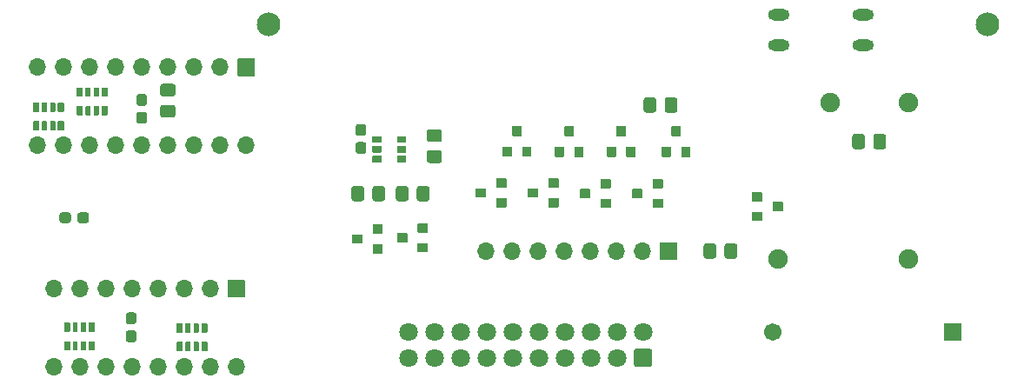
<source format=gbs>
G04 #@! TF.GenerationSoftware,KiCad,Pcbnew,(5.1.7)-1*
G04 #@! TF.CreationDate,2021-11-14T21:58:53-06:00*
G04 #@! TF.ProjectId,PIC-nixie,5049432d-6e69-4786-9965-2e6b69636164,rev?*
G04 #@! TF.SameCoordinates,Original*
G04 #@! TF.FileFunction,Soldermask,Bot*
G04 #@! TF.FilePolarity,Negative*
%FSLAX46Y46*%
G04 Gerber Fmt 4.6, Leading zero omitted, Abs format (unit mm)*
G04 Created by KiCad (PCBNEW (5.1.7)-1) date 2021-11-14 21:58:53*
%MOMM*%
%LPD*%
G01*
G04 APERTURE LIST*
%ADD10C,2.301600*%
%ADD11C,1.701800*%
%ADD12O,2.101600X1.101600*%
%ADD13O,1.701600X1.701600*%
%ADD14C,1.801600*%
%ADD15C,1.901600*%
G04 APERTURE END LIST*
D10*
X125000000Y-88000000D03*
G36*
G01*
X192430900Y-117165900D02*
X192430900Y-118766100D01*
G75*
G02*
X192380100Y-118816900I-50800J0D01*
G01*
X190779900Y-118816900D01*
G75*
G02*
X190729100Y-118766100I0J50800D01*
G01*
X190729100Y-117165900D01*
G75*
G02*
X190779900Y-117115100I50800J0D01*
G01*
X192380100Y-117115100D01*
G75*
G02*
X192430900Y-117165900I0J-50800D01*
G01*
G37*
D11*
X174080000Y-117966000D03*
D10*
X195000000Y-88000000D03*
D12*
X174650000Y-87064000D03*
X182850000Y-87064000D03*
X174650000Y-90004000D03*
X182850000Y-90004000D03*
G36*
G01*
X121000000Y-112924200D02*
X122600000Y-112924200D01*
G75*
G02*
X122650800Y-112975000I0J-50800D01*
G01*
X122650800Y-114575000D01*
G75*
G02*
X122600000Y-114625800I-50800J0D01*
G01*
X121000000Y-114625800D01*
G75*
G02*
X120949200Y-114575000I0J50800D01*
G01*
X120949200Y-112975000D01*
G75*
G02*
X121000000Y-112924200I50800J0D01*
G01*
G37*
D13*
X104020000Y-121395000D03*
X119260000Y-113775000D03*
X106560000Y-121395000D03*
X116720000Y-113775000D03*
X109100000Y-121395000D03*
X114180000Y-113775000D03*
X111640000Y-121395000D03*
X111640000Y-113775000D03*
X114180000Y-121395000D03*
X109100000Y-113775000D03*
X116720000Y-121395000D03*
X106560000Y-113775000D03*
X119260000Y-121395000D03*
X104020000Y-113775000D03*
X121800000Y-121395000D03*
G36*
G01*
X162065859Y-121400800D02*
X160794141Y-121400800D01*
G75*
G02*
X160529200Y-121135859I0J264941D01*
G01*
X160529200Y-119864141D01*
G75*
G02*
X160794141Y-119599200I264941J0D01*
G01*
X162065859Y-119599200D01*
G75*
G02*
X162330800Y-119864141I0J-264941D01*
G01*
X162330800Y-121135859D01*
G75*
G02*
X162065859Y-121400800I-264941J0D01*
G01*
G37*
D14*
X158890000Y-120500000D03*
X156350000Y-120500000D03*
X153810000Y-120500000D03*
X151270000Y-120500000D03*
X148730000Y-120500000D03*
X146190000Y-120500000D03*
X143650000Y-120500000D03*
X141110000Y-120500000D03*
X138570000Y-120500000D03*
X161430000Y-117960000D03*
X158890000Y-117960000D03*
X156350000Y-117960000D03*
X153810000Y-117960000D03*
X151270000Y-117960000D03*
X148730000Y-117960000D03*
X146190000Y-117960000D03*
X143650000Y-117960000D03*
X141110000Y-117960000D03*
X138570000Y-117960000D03*
G36*
G01*
X138360800Y-98961000D02*
X138360800Y-99511000D01*
G75*
G02*
X138310000Y-99561800I-50800J0D01*
G01*
X137510000Y-99561800D01*
G75*
G02*
X137459200Y-99511000I0J50800D01*
G01*
X137459200Y-98961000D01*
G75*
G02*
X137510000Y-98910200I50800J0D01*
G01*
X138310000Y-98910200D01*
G75*
G02*
X138360800Y-98961000I0J-50800D01*
G01*
G37*
G36*
G01*
X138360800Y-99911000D02*
X138360800Y-100461000D01*
G75*
G02*
X138310000Y-100511800I-50800J0D01*
G01*
X137510000Y-100511800D01*
G75*
G02*
X137459200Y-100461000I0J50800D01*
G01*
X137459200Y-99911000D01*
G75*
G02*
X137510000Y-99860200I50800J0D01*
G01*
X138310000Y-99860200D01*
G75*
G02*
X138360800Y-99911000I0J-50800D01*
G01*
G37*
G36*
G01*
X138360800Y-100861000D02*
X138360800Y-101411000D01*
G75*
G02*
X138310000Y-101461800I-50800J0D01*
G01*
X137510000Y-101461800D01*
G75*
G02*
X137459200Y-101411000I0J50800D01*
G01*
X137459200Y-100861000D01*
G75*
G02*
X137510000Y-100810200I50800J0D01*
G01*
X138310000Y-100810200D01*
G75*
G02*
X138360800Y-100861000I0J-50800D01*
G01*
G37*
G36*
G01*
X135960800Y-100861000D02*
X135960800Y-101411000D01*
G75*
G02*
X135910000Y-101461800I-50800J0D01*
G01*
X135110000Y-101461800D01*
G75*
G02*
X135059200Y-101411000I0J50800D01*
G01*
X135059200Y-100861000D01*
G75*
G02*
X135110000Y-100810200I50800J0D01*
G01*
X135910000Y-100810200D01*
G75*
G02*
X135960800Y-100861000I0J-50800D01*
G01*
G37*
G36*
G01*
X135960800Y-99911000D02*
X135960800Y-100461000D01*
G75*
G02*
X135910000Y-100511800I-50800J0D01*
G01*
X135110000Y-100511800D01*
G75*
G02*
X135059200Y-100461000I0J50800D01*
G01*
X135059200Y-99911000D01*
G75*
G02*
X135110000Y-99860200I50800J0D01*
G01*
X135910000Y-99860200D01*
G75*
G02*
X135960800Y-99911000I0J-50800D01*
G01*
G37*
G36*
G01*
X135960800Y-98961000D02*
X135960800Y-99511000D01*
G75*
G02*
X135910000Y-99561800I-50800J0D01*
G01*
X135110000Y-99561800D01*
G75*
G02*
X135059200Y-99511000I0J50800D01*
G01*
X135059200Y-98961000D01*
G75*
G02*
X135110000Y-98910200I50800J0D01*
G01*
X135910000Y-98910200D01*
G75*
G02*
X135960800Y-98961000I0J-50800D01*
G01*
G37*
D13*
X122775000Y-99820000D03*
X102455000Y-92200000D03*
X120235000Y-99820000D03*
X104995000Y-92200000D03*
X117695000Y-99820000D03*
X107535000Y-92200000D03*
X115155000Y-99820000D03*
X110075000Y-92200000D03*
X112615000Y-99820000D03*
X112615000Y-92200000D03*
X110075000Y-99820000D03*
X115155000Y-92200000D03*
X107535000Y-99820000D03*
X117695000Y-92200000D03*
X104995000Y-99820000D03*
X120235000Y-92200000D03*
X102455000Y-99820000D03*
G36*
G01*
X121975000Y-91349200D02*
X123575000Y-91349200D01*
G75*
G02*
X123625800Y-91400000I0J-50800D01*
G01*
X123625800Y-93000000D01*
G75*
G02*
X123575000Y-93050800I-50800J0D01*
G01*
X121975000Y-93050800D01*
G75*
G02*
X121924200Y-93000000I0J50800D01*
G01*
X121924200Y-91400000D01*
G75*
G02*
X121975000Y-91349200I50800J0D01*
G01*
G37*
G36*
G01*
X164738800Y-109292000D02*
X164738800Y-110892000D01*
G75*
G02*
X164688000Y-110942800I-50800J0D01*
G01*
X163088000Y-110942800D01*
G75*
G02*
X163037200Y-110892000I0J50800D01*
G01*
X163037200Y-109292000D01*
G75*
G02*
X163088000Y-109241200I50800J0D01*
G01*
X164688000Y-109241200D01*
G75*
G02*
X164738800Y-109292000I0J-50800D01*
G01*
G37*
X161348000Y-110092000D03*
X158808000Y-110092000D03*
X156268000Y-110092000D03*
X153728000Y-110092000D03*
X151188000Y-110092000D03*
X148648000Y-110092000D03*
X146108000Y-110092000D03*
G36*
G01*
X116049999Y-117149200D02*
X116550001Y-117149200D01*
G75*
G02*
X116600800Y-117199999I0J-50799D01*
G01*
X116600800Y-118000001D01*
G75*
G02*
X116550001Y-118050800I-50799J0D01*
G01*
X116049999Y-118050800D01*
G75*
G02*
X115999200Y-118000001I0J50799D01*
G01*
X115999200Y-117199999D01*
G75*
G02*
X116049999Y-117149200I50799J0D01*
G01*
G37*
G36*
G01*
X117700000Y-117149200D02*
X118100000Y-117149200D01*
G75*
G02*
X118150800Y-117200000I0J-50800D01*
G01*
X118150800Y-118000000D01*
G75*
G02*
X118100000Y-118050800I-50800J0D01*
G01*
X117700000Y-118050800D01*
G75*
G02*
X117649200Y-118000000I0J50800D01*
G01*
X117649200Y-117200000D01*
G75*
G02*
X117700000Y-117149200I50800J0D01*
G01*
G37*
G36*
G01*
X116900000Y-117149200D02*
X117300000Y-117149200D01*
G75*
G02*
X117350800Y-117200000I0J-50800D01*
G01*
X117350800Y-118000000D01*
G75*
G02*
X117300000Y-118050800I-50800J0D01*
G01*
X116900000Y-118050800D01*
G75*
G02*
X116849200Y-118000000I0J50800D01*
G01*
X116849200Y-117200000D01*
G75*
G02*
X116900000Y-117149200I50800J0D01*
G01*
G37*
G36*
G01*
X118449999Y-117149200D02*
X118950001Y-117149200D01*
G75*
G02*
X119000800Y-117199999I0J-50799D01*
G01*
X119000800Y-118000001D01*
G75*
G02*
X118950001Y-118050800I-50799J0D01*
G01*
X118449999Y-118050800D01*
G75*
G02*
X118399200Y-118000001I0J50799D01*
G01*
X118399200Y-117199999D01*
G75*
G02*
X118449999Y-117149200I50799J0D01*
G01*
G37*
G36*
G01*
X116900000Y-118949200D02*
X117300000Y-118949200D01*
G75*
G02*
X117350800Y-119000000I0J-50800D01*
G01*
X117350800Y-119800000D01*
G75*
G02*
X117300000Y-119850800I-50800J0D01*
G01*
X116900000Y-119850800D01*
G75*
G02*
X116849200Y-119800000I0J50800D01*
G01*
X116849200Y-119000000D01*
G75*
G02*
X116900000Y-118949200I50800J0D01*
G01*
G37*
G36*
G01*
X116049999Y-118949200D02*
X116550001Y-118949200D01*
G75*
G02*
X116600800Y-118999999I0J-50799D01*
G01*
X116600800Y-119800001D01*
G75*
G02*
X116550001Y-119850800I-50799J0D01*
G01*
X116049999Y-119850800D01*
G75*
G02*
X115999200Y-119800001I0J50799D01*
G01*
X115999200Y-118999999D01*
G75*
G02*
X116049999Y-118949200I50799J0D01*
G01*
G37*
G36*
G01*
X117700000Y-118949200D02*
X118100000Y-118949200D01*
G75*
G02*
X118150800Y-119000000I0J-50800D01*
G01*
X118150800Y-119800000D01*
G75*
G02*
X118100000Y-119850800I-50800J0D01*
G01*
X117700000Y-119850800D01*
G75*
G02*
X117649200Y-119800000I0J50800D01*
G01*
X117649200Y-119000000D01*
G75*
G02*
X117700000Y-118949200I50800J0D01*
G01*
G37*
G36*
G01*
X118449999Y-118949200D02*
X118950001Y-118949200D01*
G75*
G02*
X119000800Y-118999999I0J-50799D01*
G01*
X119000800Y-119800001D01*
G75*
G02*
X118950001Y-119850800I-50799J0D01*
G01*
X118449999Y-119850800D01*
G75*
G02*
X118399200Y-119800001I0J50799D01*
G01*
X118399200Y-118999999D01*
G75*
G02*
X118449999Y-118949200I50799J0D01*
G01*
G37*
G36*
G01*
X105074999Y-117074200D02*
X105575001Y-117074200D01*
G75*
G02*
X105625800Y-117124999I0J-50799D01*
G01*
X105625800Y-117925001D01*
G75*
G02*
X105575001Y-117975800I-50799J0D01*
G01*
X105074999Y-117975800D01*
G75*
G02*
X105024200Y-117925001I0J50799D01*
G01*
X105024200Y-117124999D01*
G75*
G02*
X105074999Y-117074200I50799J0D01*
G01*
G37*
G36*
G01*
X106725000Y-117074200D02*
X107125000Y-117074200D01*
G75*
G02*
X107175800Y-117125000I0J-50800D01*
G01*
X107175800Y-117925000D01*
G75*
G02*
X107125000Y-117975800I-50800J0D01*
G01*
X106725000Y-117975800D01*
G75*
G02*
X106674200Y-117925000I0J50800D01*
G01*
X106674200Y-117125000D01*
G75*
G02*
X106725000Y-117074200I50800J0D01*
G01*
G37*
G36*
G01*
X105925000Y-117074200D02*
X106325000Y-117074200D01*
G75*
G02*
X106375800Y-117125000I0J-50800D01*
G01*
X106375800Y-117925000D01*
G75*
G02*
X106325000Y-117975800I-50800J0D01*
G01*
X105925000Y-117975800D01*
G75*
G02*
X105874200Y-117925000I0J50800D01*
G01*
X105874200Y-117125000D01*
G75*
G02*
X105925000Y-117074200I50800J0D01*
G01*
G37*
G36*
G01*
X107474999Y-117074200D02*
X107975001Y-117074200D01*
G75*
G02*
X108025800Y-117124999I0J-50799D01*
G01*
X108025800Y-117925001D01*
G75*
G02*
X107975001Y-117975800I-50799J0D01*
G01*
X107474999Y-117975800D01*
G75*
G02*
X107424200Y-117925001I0J50799D01*
G01*
X107424200Y-117124999D01*
G75*
G02*
X107474999Y-117074200I50799J0D01*
G01*
G37*
G36*
G01*
X105925000Y-118874200D02*
X106325000Y-118874200D01*
G75*
G02*
X106375800Y-118925000I0J-50800D01*
G01*
X106375800Y-119725000D01*
G75*
G02*
X106325000Y-119775800I-50800J0D01*
G01*
X105925000Y-119775800D01*
G75*
G02*
X105874200Y-119725000I0J50800D01*
G01*
X105874200Y-118925000D01*
G75*
G02*
X105925000Y-118874200I50800J0D01*
G01*
G37*
G36*
G01*
X105074999Y-118874200D02*
X105575001Y-118874200D01*
G75*
G02*
X105625800Y-118924999I0J-50799D01*
G01*
X105625800Y-119725001D01*
G75*
G02*
X105575001Y-119775800I-50799J0D01*
G01*
X105074999Y-119775800D01*
G75*
G02*
X105024200Y-119725001I0J50799D01*
G01*
X105024200Y-118924999D01*
G75*
G02*
X105074999Y-118874200I50799J0D01*
G01*
G37*
G36*
G01*
X106725000Y-118874200D02*
X107125000Y-118874200D01*
G75*
G02*
X107175800Y-118925000I0J-50800D01*
G01*
X107175800Y-119725000D01*
G75*
G02*
X107125000Y-119775800I-50800J0D01*
G01*
X106725000Y-119775800D01*
G75*
G02*
X106674200Y-119725000I0J50800D01*
G01*
X106674200Y-118925000D01*
G75*
G02*
X106725000Y-118874200I50800J0D01*
G01*
G37*
G36*
G01*
X107474999Y-118874200D02*
X107975001Y-118874200D01*
G75*
G02*
X108025800Y-118924999I0J-50799D01*
G01*
X108025800Y-119725001D01*
G75*
G02*
X107975001Y-119775800I-50799J0D01*
G01*
X107474999Y-119775800D01*
G75*
G02*
X107424200Y-119725001I0J50799D01*
G01*
X107424200Y-118924999D01*
G75*
G02*
X107474999Y-118874200I50799J0D01*
G01*
G37*
G36*
G01*
X102074999Y-95649200D02*
X102575001Y-95649200D01*
G75*
G02*
X102625800Y-95699999I0J-50799D01*
G01*
X102625800Y-96500001D01*
G75*
G02*
X102575001Y-96550800I-50799J0D01*
G01*
X102074999Y-96550800D01*
G75*
G02*
X102024200Y-96500001I0J50799D01*
G01*
X102024200Y-95699999D01*
G75*
G02*
X102074999Y-95649200I50799J0D01*
G01*
G37*
G36*
G01*
X103725000Y-95649200D02*
X104125000Y-95649200D01*
G75*
G02*
X104175800Y-95700000I0J-50800D01*
G01*
X104175800Y-96500000D01*
G75*
G02*
X104125000Y-96550800I-50800J0D01*
G01*
X103725000Y-96550800D01*
G75*
G02*
X103674200Y-96500000I0J50800D01*
G01*
X103674200Y-95700000D01*
G75*
G02*
X103725000Y-95649200I50800J0D01*
G01*
G37*
G36*
G01*
X102925000Y-95649200D02*
X103325000Y-95649200D01*
G75*
G02*
X103375800Y-95700000I0J-50800D01*
G01*
X103375800Y-96500000D01*
G75*
G02*
X103325000Y-96550800I-50800J0D01*
G01*
X102925000Y-96550800D01*
G75*
G02*
X102874200Y-96500000I0J50800D01*
G01*
X102874200Y-95700000D01*
G75*
G02*
X102925000Y-95649200I50800J0D01*
G01*
G37*
G36*
G01*
X104474999Y-95649200D02*
X104975001Y-95649200D01*
G75*
G02*
X105025800Y-95699999I0J-50799D01*
G01*
X105025800Y-96500001D01*
G75*
G02*
X104975001Y-96550800I-50799J0D01*
G01*
X104474999Y-96550800D01*
G75*
G02*
X104424200Y-96500001I0J50799D01*
G01*
X104424200Y-95699999D01*
G75*
G02*
X104474999Y-95649200I50799J0D01*
G01*
G37*
G36*
G01*
X102925000Y-97449200D02*
X103325000Y-97449200D01*
G75*
G02*
X103375800Y-97500000I0J-50800D01*
G01*
X103375800Y-98300000D01*
G75*
G02*
X103325000Y-98350800I-50800J0D01*
G01*
X102925000Y-98350800D01*
G75*
G02*
X102874200Y-98300000I0J50800D01*
G01*
X102874200Y-97500000D01*
G75*
G02*
X102925000Y-97449200I50800J0D01*
G01*
G37*
G36*
G01*
X102074999Y-97449200D02*
X102575001Y-97449200D01*
G75*
G02*
X102625800Y-97499999I0J-50799D01*
G01*
X102625800Y-98300001D01*
G75*
G02*
X102575001Y-98350800I-50799J0D01*
G01*
X102074999Y-98350800D01*
G75*
G02*
X102024200Y-98300001I0J50799D01*
G01*
X102024200Y-97499999D01*
G75*
G02*
X102074999Y-97449200I50799J0D01*
G01*
G37*
G36*
G01*
X103725000Y-97449200D02*
X104125000Y-97449200D01*
G75*
G02*
X104175800Y-97500000I0J-50800D01*
G01*
X104175800Y-98300000D01*
G75*
G02*
X104125000Y-98350800I-50800J0D01*
G01*
X103725000Y-98350800D01*
G75*
G02*
X103674200Y-98300000I0J50800D01*
G01*
X103674200Y-97500000D01*
G75*
G02*
X103725000Y-97449200I50800J0D01*
G01*
G37*
G36*
G01*
X104474999Y-97449200D02*
X104975001Y-97449200D01*
G75*
G02*
X105025800Y-97499999I0J-50799D01*
G01*
X105025800Y-98300001D01*
G75*
G02*
X104975001Y-98350800I-50799J0D01*
G01*
X104474999Y-98350800D01*
G75*
G02*
X104424200Y-98300001I0J50799D01*
G01*
X104424200Y-97499999D01*
G75*
G02*
X104474999Y-97449200I50799J0D01*
G01*
G37*
G36*
G01*
X109225001Y-96875800D02*
X108724999Y-96875800D01*
G75*
G02*
X108674200Y-96825001I0J50799D01*
G01*
X108674200Y-96024999D01*
G75*
G02*
X108724999Y-95974200I50799J0D01*
G01*
X109225001Y-95974200D01*
G75*
G02*
X109275800Y-96024999I0J-50799D01*
G01*
X109275800Y-96825001D01*
G75*
G02*
X109225001Y-96875800I-50799J0D01*
G01*
G37*
G36*
G01*
X107575000Y-96875800D02*
X107175000Y-96875800D01*
G75*
G02*
X107124200Y-96825000I0J50800D01*
G01*
X107124200Y-96025000D01*
G75*
G02*
X107175000Y-95974200I50800J0D01*
G01*
X107575000Y-95974200D01*
G75*
G02*
X107625800Y-96025000I0J-50800D01*
G01*
X107625800Y-96825000D01*
G75*
G02*
X107575000Y-96875800I-50800J0D01*
G01*
G37*
G36*
G01*
X108375000Y-96875800D02*
X107975000Y-96875800D01*
G75*
G02*
X107924200Y-96825000I0J50800D01*
G01*
X107924200Y-96025000D01*
G75*
G02*
X107975000Y-95974200I50800J0D01*
G01*
X108375000Y-95974200D01*
G75*
G02*
X108425800Y-96025000I0J-50800D01*
G01*
X108425800Y-96825000D01*
G75*
G02*
X108375000Y-96875800I-50800J0D01*
G01*
G37*
G36*
G01*
X106825001Y-96875800D02*
X106324999Y-96875800D01*
G75*
G02*
X106274200Y-96825001I0J50799D01*
G01*
X106274200Y-96024999D01*
G75*
G02*
X106324999Y-95974200I50799J0D01*
G01*
X106825001Y-95974200D01*
G75*
G02*
X106875800Y-96024999I0J-50799D01*
G01*
X106875800Y-96825001D01*
G75*
G02*
X106825001Y-96875800I-50799J0D01*
G01*
G37*
G36*
G01*
X108375000Y-95075800D02*
X107975000Y-95075800D01*
G75*
G02*
X107924200Y-95025000I0J50800D01*
G01*
X107924200Y-94225000D01*
G75*
G02*
X107975000Y-94174200I50800J0D01*
G01*
X108375000Y-94174200D01*
G75*
G02*
X108425800Y-94225000I0J-50800D01*
G01*
X108425800Y-95025000D01*
G75*
G02*
X108375000Y-95075800I-50800J0D01*
G01*
G37*
G36*
G01*
X109225001Y-95075800D02*
X108724999Y-95075800D01*
G75*
G02*
X108674200Y-95025001I0J50799D01*
G01*
X108674200Y-94224999D01*
G75*
G02*
X108724999Y-94174200I50799J0D01*
G01*
X109225001Y-94174200D01*
G75*
G02*
X109275800Y-94224999I0J-50799D01*
G01*
X109275800Y-95025001D01*
G75*
G02*
X109225001Y-95075800I-50799J0D01*
G01*
G37*
G36*
G01*
X107575000Y-95075800D02*
X107175000Y-95075800D01*
G75*
G02*
X107124200Y-95025000I0J50800D01*
G01*
X107124200Y-94225000D01*
G75*
G02*
X107175000Y-94174200I50800J0D01*
G01*
X107575000Y-94174200D01*
G75*
G02*
X107625800Y-94225000I0J-50800D01*
G01*
X107625800Y-95025000D01*
G75*
G02*
X107575000Y-95075800I-50800J0D01*
G01*
G37*
G36*
G01*
X106825001Y-95075800D02*
X106324999Y-95075800D01*
G75*
G02*
X106274200Y-95025001I0J50799D01*
G01*
X106274200Y-94224999D01*
G75*
G02*
X106324999Y-94174200I50799J0D01*
G01*
X106825001Y-94174200D01*
G75*
G02*
X106875800Y-94224999I0J-50799D01*
G01*
X106875800Y-95025001D01*
G75*
G02*
X106825001Y-95075800I-50799J0D01*
G01*
G37*
G36*
G01*
X167317200Y-110570715D02*
X167317200Y-109613285D01*
G75*
G02*
X167589285Y-109341200I272085J0D01*
G01*
X168296715Y-109341200D01*
G75*
G02*
X168568800Y-109613285I0J-272085D01*
G01*
X168568800Y-110570715D01*
G75*
G02*
X168296715Y-110842800I-272085J0D01*
G01*
X167589285Y-110842800D01*
G75*
G02*
X167317200Y-110570715I0J272085D01*
G01*
G37*
G36*
G01*
X169367200Y-110570715D02*
X169367200Y-109613285D01*
G75*
G02*
X169639285Y-109341200I272085J0D01*
G01*
X170346715Y-109341200D01*
G75*
G02*
X170618800Y-109613285I0J-272085D01*
G01*
X170618800Y-110570715D01*
G75*
G02*
X170346715Y-110842800I-272085J0D01*
G01*
X169639285Y-110842800D01*
G75*
G02*
X169367200Y-110570715I0J272085D01*
G01*
G37*
G36*
G01*
X136319800Y-104025285D02*
X136319800Y-104982715D01*
G75*
G02*
X136047715Y-105254800I-272085J0D01*
G01*
X135340285Y-105254800D01*
G75*
G02*
X135068200Y-104982715I0J272085D01*
G01*
X135068200Y-104025285D01*
G75*
G02*
X135340285Y-103753200I272085J0D01*
G01*
X136047715Y-103753200D01*
G75*
G02*
X136319800Y-104025285I0J-272085D01*
G01*
G37*
G36*
G01*
X134269800Y-104025285D02*
X134269800Y-104982715D01*
G75*
G02*
X133997715Y-105254800I-272085J0D01*
G01*
X133290285Y-105254800D01*
G75*
G02*
X133018200Y-104982715I0J272085D01*
G01*
X133018200Y-104025285D01*
G75*
G02*
X133290285Y-103753200I272085J0D01*
G01*
X133997715Y-103753200D01*
G75*
G02*
X134269800Y-104025285I0J-272085D01*
G01*
G37*
G36*
G01*
X140646800Y-104025285D02*
X140646800Y-104982715D01*
G75*
G02*
X140374715Y-105254800I-272085J0D01*
G01*
X139667285Y-105254800D01*
G75*
G02*
X139395200Y-104982715I0J272085D01*
G01*
X139395200Y-104025285D01*
G75*
G02*
X139667285Y-103753200I272085J0D01*
G01*
X140374715Y-103753200D01*
G75*
G02*
X140646800Y-104025285I0J-272085D01*
G01*
G37*
G36*
G01*
X138596800Y-104025285D02*
X138596800Y-104982715D01*
G75*
G02*
X138324715Y-105254800I-272085J0D01*
G01*
X137617285Y-105254800D01*
G75*
G02*
X137345200Y-104982715I0J272085D01*
G01*
X137345200Y-104025285D01*
G75*
G02*
X137617285Y-103753200I272085J0D01*
G01*
X138324715Y-103753200D01*
G75*
G02*
X138596800Y-104025285I0J-272085D01*
G01*
G37*
G36*
G01*
X141578715Y-101525800D02*
X140621285Y-101525800D01*
G75*
G02*
X140349200Y-101253715I0J272085D01*
G01*
X140349200Y-100546285D01*
G75*
G02*
X140621285Y-100274200I272085J0D01*
G01*
X141578715Y-100274200D01*
G75*
G02*
X141850800Y-100546285I0J-272085D01*
G01*
X141850800Y-101253715D01*
G75*
G02*
X141578715Y-101525800I-272085J0D01*
G01*
G37*
G36*
G01*
X141578715Y-99475800D02*
X140621285Y-99475800D01*
G75*
G02*
X140349200Y-99203715I0J272085D01*
G01*
X140349200Y-98496285D01*
G75*
G02*
X140621285Y-98224200I272085J0D01*
G01*
X141578715Y-98224200D01*
G75*
G02*
X141850800Y-98496285I0J-272085D01*
G01*
X141850800Y-99203715D01*
G75*
G02*
X141578715Y-99475800I-272085J0D01*
G01*
G37*
G36*
G01*
X164785800Y-95389285D02*
X164785800Y-96346715D01*
G75*
G02*
X164513715Y-96618800I-272085J0D01*
G01*
X163806285Y-96618800D01*
G75*
G02*
X163534200Y-96346715I0J272085D01*
G01*
X163534200Y-95389285D01*
G75*
G02*
X163806285Y-95117200I272085J0D01*
G01*
X164513715Y-95117200D01*
G75*
G02*
X164785800Y-95389285I0J-272085D01*
G01*
G37*
G36*
G01*
X162735800Y-95389285D02*
X162735800Y-96346715D01*
G75*
G02*
X162463715Y-96618800I-272085J0D01*
G01*
X161756285Y-96618800D01*
G75*
G02*
X161484200Y-96346715I0J272085D01*
G01*
X161484200Y-95389285D01*
G75*
G02*
X161756285Y-95117200I272085J0D01*
G01*
X162463715Y-95117200D01*
G75*
G02*
X162735800Y-95389285I0J-272085D01*
G01*
G37*
G36*
G01*
X115628715Y-95050800D02*
X114671285Y-95050800D01*
G75*
G02*
X114399200Y-94778715I0J272085D01*
G01*
X114399200Y-94071285D01*
G75*
G02*
X114671285Y-93799200I272085J0D01*
G01*
X115628715Y-93799200D01*
G75*
G02*
X115900800Y-94071285I0J-272085D01*
G01*
X115900800Y-94778715D01*
G75*
G02*
X115628715Y-95050800I-272085J0D01*
G01*
G37*
G36*
G01*
X115628715Y-97100800D02*
X114671285Y-97100800D01*
G75*
G02*
X114399200Y-96828715I0J272085D01*
G01*
X114399200Y-96121285D01*
G75*
G02*
X114671285Y-95849200I272085J0D01*
G01*
X115628715Y-95849200D01*
G75*
G02*
X115900800Y-96121285I0J-272085D01*
G01*
X115900800Y-96828715D01*
G75*
G02*
X115628715Y-97100800I-272085J0D01*
G01*
G37*
G36*
G01*
X136084800Y-107574000D02*
X136084800Y-108374000D01*
G75*
G02*
X136034000Y-108424800I-50800J0D01*
G01*
X135134000Y-108424800D01*
G75*
G02*
X135083200Y-108374000I0J50800D01*
G01*
X135083200Y-107574000D01*
G75*
G02*
X135134000Y-107523200I50800J0D01*
G01*
X136034000Y-107523200D01*
G75*
G02*
X136084800Y-107574000I0J-50800D01*
G01*
G37*
G36*
G01*
X136084800Y-109474000D02*
X136084800Y-110274000D01*
G75*
G02*
X136034000Y-110324800I-50800J0D01*
G01*
X135134000Y-110324800D01*
G75*
G02*
X135083200Y-110274000I0J50800D01*
G01*
X135083200Y-109474000D01*
G75*
G02*
X135134000Y-109423200I50800J0D01*
G01*
X136034000Y-109423200D01*
G75*
G02*
X136084800Y-109474000I0J-50800D01*
G01*
G37*
G36*
G01*
X134084800Y-108524000D02*
X134084800Y-109324000D01*
G75*
G02*
X134034000Y-109374800I-50800J0D01*
G01*
X133134000Y-109374800D01*
G75*
G02*
X133083200Y-109324000I0J50800D01*
G01*
X133083200Y-108524000D01*
G75*
G02*
X133134000Y-108473200I50800J0D01*
G01*
X134034000Y-108473200D01*
G75*
G02*
X134084800Y-108524000I0J-50800D01*
G01*
G37*
G36*
G01*
X140480800Y-107472000D02*
X140480800Y-108272000D01*
G75*
G02*
X140430000Y-108322800I-50800J0D01*
G01*
X139530000Y-108322800D01*
G75*
G02*
X139479200Y-108272000I0J50800D01*
G01*
X139479200Y-107472000D01*
G75*
G02*
X139530000Y-107421200I50800J0D01*
G01*
X140430000Y-107421200D01*
G75*
G02*
X140480800Y-107472000I0J-50800D01*
G01*
G37*
G36*
G01*
X140480800Y-109372000D02*
X140480800Y-110172000D01*
G75*
G02*
X140430000Y-110222800I-50800J0D01*
G01*
X139530000Y-110222800D01*
G75*
G02*
X139479200Y-110172000I0J50800D01*
G01*
X139479200Y-109372000D01*
G75*
G02*
X139530000Y-109321200I50800J0D01*
G01*
X140430000Y-109321200D01*
G75*
G02*
X140480800Y-109372000I0J-50800D01*
G01*
G37*
G36*
G01*
X138480800Y-108422000D02*
X138480800Y-109222000D01*
G75*
G02*
X138430000Y-109272800I-50800J0D01*
G01*
X137530000Y-109272800D01*
G75*
G02*
X137479200Y-109222000I0J50800D01*
G01*
X137479200Y-108422000D01*
G75*
G02*
X137530000Y-108371200I50800J0D01*
G01*
X138430000Y-108371200D01*
G75*
G02*
X138480800Y-108422000I0J-50800D01*
G01*
G37*
G36*
G01*
X150506000Y-100908800D02*
X149706000Y-100908800D01*
G75*
G02*
X149655200Y-100858000I0J50800D01*
G01*
X149655200Y-99958000D01*
G75*
G02*
X149706000Y-99907200I50800J0D01*
G01*
X150506000Y-99907200D01*
G75*
G02*
X150556800Y-99958000I0J-50800D01*
G01*
X150556800Y-100858000D01*
G75*
G02*
X150506000Y-100908800I-50800J0D01*
G01*
G37*
G36*
G01*
X148606000Y-100908800D02*
X147806000Y-100908800D01*
G75*
G02*
X147755200Y-100858000I0J50800D01*
G01*
X147755200Y-99958000D01*
G75*
G02*
X147806000Y-99907200I50800J0D01*
G01*
X148606000Y-99907200D01*
G75*
G02*
X148656800Y-99958000I0J-50800D01*
G01*
X148656800Y-100858000D01*
G75*
G02*
X148606000Y-100908800I-50800J0D01*
G01*
G37*
G36*
G01*
X149556000Y-98908800D02*
X148756000Y-98908800D01*
G75*
G02*
X148705200Y-98858000I0J50800D01*
G01*
X148705200Y-97958000D01*
G75*
G02*
X148756000Y-97907200I50800J0D01*
G01*
X149556000Y-97907200D01*
G75*
G02*
X149606800Y-97958000I0J-50800D01*
G01*
X149606800Y-98858000D01*
G75*
G02*
X149556000Y-98908800I-50800J0D01*
G01*
G37*
G36*
G01*
X155586000Y-100924800D02*
X154786000Y-100924800D01*
G75*
G02*
X154735200Y-100874000I0J50800D01*
G01*
X154735200Y-99974000D01*
G75*
G02*
X154786000Y-99923200I50800J0D01*
G01*
X155586000Y-99923200D01*
G75*
G02*
X155636800Y-99974000I0J-50800D01*
G01*
X155636800Y-100874000D01*
G75*
G02*
X155586000Y-100924800I-50800J0D01*
G01*
G37*
G36*
G01*
X153686000Y-100924800D02*
X152886000Y-100924800D01*
G75*
G02*
X152835200Y-100874000I0J50800D01*
G01*
X152835200Y-99974000D01*
G75*
G02*
X152886000Y-99923200I50800J0D01*
G01*
X153686000Y-99923200D01*
G75*
G02*
X153736800Y-99974000I0J-50800D01*
G01*
X153736800Y-100874000D01*
G75*
G02*
X153686000Y-100924800I-50800J0D01*
G01*
G37*
G36*
G01*
X154636000Y-98924800D02*
X153836000Y-98924800D01*
G75*
G02*
X153785200Y-98874000I0J50800D01*
G01*
X153785200Y-97974000D01*
G75*
G02*
X153836000Y-97923200I50800J0D01*
G01*
X154636000Y-97923200D01*
G75*
G02*
X154686800Y-97974000I0J-50800D01*
G01*
X154686800Y-98874000D01*
G75*
G02*
X154636000Y-98924800I-50800J0D01*
G01*
G37*
G36*
G01*
X160650000Y-100924800D02*
X159850000Y-100924800D01*
G75*
G02*
X159799200Y-100874000I0J50800D01*
G01*
X159799200Y-99974000D01*
G75*
G02*
X159850000Y-99923200I50800J0D01*
G01*
X160650000Y-99923200D01*
G75*
G02*
X160700800Y-99974000I0J-50800D01*
G01*
X160700800Y-100874000D01*
G75*
G02*
X160650000Y-100924800I-50800J0D01*
G01*
G37*
G36*
G01*
X158750000Y-100924800D02*
X157950000Y-100924800D01*
G75*
G02*
X157899200Y-100874000I0J50800D01*
G01*
X157899200Y-99974000D01*
G75*
G02*
X157950000Y-99923200I50800J0D01*
G01*
X158750000Y-99923200D01*
G75*
G02*
X158800800Y-99974000I0J-50800D01*
G01*
X158800800Y-100874000D01*
G75*
G02*
X158750000Y-100924800I-50800J0D01*
G01*
G37*
G36*
G01*
X159700000Y-98924800D02*
X158900000Y-98924800D01*
G75*
G02*
X158849200Y-98874000I0J50800D01*
G01*
X158849200Y-97974000D01*
G75*
G02*
X158900000Y-97923200I50800J0D01*
G01*
X159700000Y-97923200D01*
G75*
G02*
X159750800Y-97974000I0J-50800D01*
G01*
X159750800Y-98874000D01*
G75*
G02*
X159700000Y-98924800I-50800J0D01*
G01*
G37*
G36*
G01*
X166000000Y-100924800D02*
X165200000Y-100924800D01*
G75*
G02*
X165149200Y-100874000I0J50800D01*
G01*
X165149200Y-99974000D01*
G75*
G02*
X165200000Y-99923200I50800J0D01*
G01*
X166000000Y-99923200D01*
G75*
G02*
X166050800Y-99974000I0J-50800D01*
G01*
X166050800Y-100874000D01*
G75*
G02*
X166000000Y-100924800I-50800J0D01*
G01*
G37*
G36*
G01*
X164100000Y-100924800D02*
X163300000Y-100924800D01*
G75*
G02*
X163249200Y-100874000I0J50800D01*
G01*
X163249200Y-99974000D01*
G75*
G02*
X163300000Y-99923200I50800J0D01*
G01*
X164100000Y-99923200D01*
G75*
G02*
X164150800Y-99974000I0J-50800D01*
G01*
X164150800Y-100874000D01*
G75*
G02*
X164100000Y-100924800I-50800J0D01*
G01*
G37*
G36*
G01*
X165050000Y-98924800D02*
X164250000Y-98924800D01*
G75*
G02*
X164199200Y-98874000I0J50800D01*
G01*
X164199200Y-97974000D01*
G75*
G02*
X164250000Y-97923200I50800J0D01*
G01*
X165050000Y-97923200D01*
G75*
G02*
X165100800Y-97974000I0J-50800D01*
G01*
X165100800Y-98874000D01*
G75*
G02*
X165050000Y-98924800I-50800J0D01*
G01*
G37*
D15*
X187256000Y-95614000D03*
X179636000Y-95614000D03*
X187256000Y-110854000D03*
X174556000Y-110854000D03*
G36*
G01*
X146132800Y-104038000D02*
X146132800Y-104838000D01*
G75*
G02*
X146082000Y-104888800I-50800J0D01*
G01*
X145182000Y-104888800D01*
G75*
G02*
X145131200Y-104838000I0J50800D01*
G01*
X145131200Y-104038000D01*
G75*
G02*
X145182000Y-103987200I50800J0D01*
G01*
X146082000Y-103987200D01*
G75*
G02*
X146132800Y-104038000I0J-50800D01*
G01*
G37*
G36*
G01*
X148132800Y-104988000D02*
X148132800Y-105788000D01*
G75*
G02*
X148082000Y-105838800I-50800J0D01*
G01*
X147182000Y-105838800D01*
G75*
G02*
X147131200Y-105788000I0J50800D01*
G01*
X147131200Y-104988000D01*
G75*
G02*
X147182000Y-104937200I50800J0D01*
G01*
X148082000Y-104937200D01*
G75*
G02*
X148132800Y-104988000I0J-50800D01*
G01*
G37*
G36*
G01*
X148132800Y-103088000D02*
X148132800Y-103888000D01*
G75*
G02*
X148082000Y-103938800I-50800J0D01*
G01*
X147182000Y-103938800D01*
G75*
G02*
X147131200Y-103888000I0J50800D01*
G01*
X147131200Y-103088000D01*
G75*
G02*
X147182000Y-103037200I50800J0D01*
G01*
X148082000Y-103037200D01*
G75*
G02*
X148132800Y-103088000I0J-50800D01*
G01*
G37*
G36*
G01*
X153212800Y-103088000D02*
X153212800Y-103888000D01*
G75*
G02*
X153162000Y-103938800I-50800J0D01*
G01*
X152262000Y-103938800D01*
G75*
G02*
X152211200Y-103888000I0J50800D01*
G01*
X152211200Y-103088000D01*
G75*
G02*
X152262000Y-103037200I50800J0D01*
G01*
X153162000Y-103037200D01*
G75*
G02*
X153212800Y-103088000I0J-50800D01*
G01*
G37*
G36*
G01*
X153212800Y-104988000D02*
X153212800Y-105788000D01*
G75*
G02*
X153162000Y-105838800I-50800J0D01*
G01*
X152262000Y-105838800D01*
G75*
G02*
X152211200Y-105788000I0J50800D01*
G01*
X152211200Y-104988000D01*
G75*
G02*
X152262000Y-104937200I50800J0D01*
G01*
X153162000Y-104937200D01*
G75*
G02*
X153212800Y-104988000I0J-50800D01*
G01*
G37*
G36*
G01*
X151212800Y-104038000D02*
X151212800Y-104838000D01*
G75*
G02*
X151162000Y-104888800I-50800J0D01*
G01*
X150262000Y-104888800D01*
G75*
G02*
X150211200Y-104838000I0J50800D01*
G01*
X150211200Y-104038000D01*
G75*
G02*
X150262000Y-103987200I50800J0D01*
G01*
X151162000Y-103987200D01*
G75*
G02*
X151212800Y-104038000I0J-50800D01*
G01*
G37*
G36*
G01*
X158276800Y-103154000D02*
X158276800Y-103954000D01*
G75*
G02*
X158226000Y-104004800I-50800J0D01*
G01*
X157326000Y-104004800D01*
G75*
G02*
X157275200Y-103954000I0J50800D01*
G01*
X157275200Y-103154000D01*
G75*
G02*
X157326000Y-103103200I50800J0D01*
G01*
X158226000Y-103103200D01*
G75*
G02*
X158276800Y-103154000I0J-50800D01*
G01*
G37*
G36*
G01*
X158276800Y-105054000D02*
X158276800Y-105854000D01*
G75*
G02*
X158226000Y-105904800I-50800J0D01*
G01*
X157326000Y-105904800D01*
G75*
G02*
X157275200Y-105854000I0J50800D01*
G01*
X157275200Y-105054000D01*
G75*
G02*
X157326000Y-105003200I50800J0D01*
G01*
X158226000Y-105003200D01*
G75*
G02*
X158276800Y-105054000I0J-50800D01*
G01*
G37*
G36*
G01*
X156276800Y-104104000D02*
X156276800Y-104904000D01*
G75*
G02*
X156226000Y-104954800I-50800J0D01*
G01*
X155326000Y-104954800D01*
G75*
G02*
X155275200Y-104904000I0J50800D01*
G01*
X155275200Y-104104000D01*
G75*
G02*
X155326000Y-104053200I50800J0D01*
G01*
X156226000Y-104053200D01*
G75*
G02*
X156276800Y-104104000I0J-50800D01*
G01*
G37*
G36*
G01*
X163356800Y-103154000D02*
X163356800Y-103954000D01*
G75*
G02*
X163306000Y-104004800I-50800J0D01*
G01*
X162406000Y-104004800D01*
G75*
G02*
X162355200Y-103954000I0J50800D01*
G01*
X162355200Y-103154000D01*
G75*
G02*
X162406000Y-103103200I50800J0D01*
G01*
X163306000Y-103103200D01*
G75*
G02*
X163356800Y-103154000I0J-50800D01*
G01*
G37*
G36*
G01*
X163356800Y-105054000D02*
X163356800Y-105854000D01*
G75*
G02*
X163306000Y-105904800I-50800J0D01*
G01*
X162406000Y-105904800D01*
G75*
G02*
X162355200Y-105854000I0J50800D01*
G01*
X162355200Y-105054000D01*
G75*
G02*
X162406000Y-105003200I50800J0D01*
G01*
X163306000Y-105003200D01*
G75*
G02*
X163356800Y-105054000I0J-50800D01*
G01*
G37*
G36*
G01*
X161356800Y-104104000D02*
X161356800Y-104904000D01*
G75*
G02*
X161306000Y-104954800I-50800J0D01*
G01*
X160406000Y-104954800D01*
G75*
G02*
X160355200Y-104904000I0J50800D01*
G01*
X160355200Y-104104000D01*
G75*
G02*
X160406000Y-104053200I50800J0D01*
G01*
X161306000Y-104053200D01*
G75*
G02*
X161356800Y-104104000I0J-50800D01*
G01*
G37*
G36*
G01*
X172039200Y-107124000D02*
X172039200Y-106324000D01*
G75*
G02*
X172090000Y-106273200I50800J0D01*
G01*
X172990000Y-106273200D01*
G75*
G02*
X173040800Y-106324000I0J-50800D01*
G01*
X173040800Y-107124000D01*
G75*
G02*
X172990000Y-107174800I-50800J0D01*
G01*
X172090000Y-107174800D01*
G75*
G02*
X172039200Y-107124000I0J50800D01*
G01*
G37*
G36*
G01*
X172039200Y-105224000D02*
X172039200Y-104424000D01*
G75*
G02*
X172090000Y-104373200I50800J0D01*
G01*
X172990000Y-104373200D01*
G75*
G02*
X173040800Y-104424000I0J-50800D01*
G01*
X173040800Y-105224000D01*
G75*
G02*
X172990000Y-105274800I-50800J0D01*
G01*
X172090000Y-105274800D01*
G75*
G02*
X172039200Y-105224000I0J50800D01*
G01*
G37*
G36*
G01*
X174039200Y-106174000D02*
X174039200Y-105374000D01*
G75*
G02*
X174090000Y-105323200I50800J0D01*
G01*
X174990000Y-105323200D01*
G75*
G02*
X175040800Y-105374000I0J-50800D01*
G01*
X175040800Y-106174000D01*
G75*
G02*
X174990000Y-106224800I-50800J0D01*
G01*
X174090000Y-106224800D01*
G75*
G02*
X174039200Y-106174000I0J50800D01*
G01*
G37*
G36*
G01*
X185105800Y-98945285D02*
X185105800Y-99902715D01*
G75*
G02*
X184833715Y-100174800I-272085J0D01*
G01*
X184126285Y-100174800D01*
G75*
G02*
X183854200Y-99902715I0J272085D01*
G01*
X183854200Y-98945285D01*
G75*
G02*
X184126285Y-98673200I272085J0D01*
G01*
X184833715Y-98673200D01*
G75*
G02*
X185105800Y-98945285I0J-272085D01*
G01*
G37*
G36*
G01*
X183055800Y-98945285D02*
X183055800Y-99902715D01*
G75*
G02*
X182783715Y-100174800I-272085J0D01*
G01*
X182076285Y-100174800D01*
G75*
G02*
X181804200Y-99902715I0J272085D01*
G01*
X181804200Y-98945285D01*
G75*
G02*
X182076285Y-98673200I272085J0D01*
G01*
X182783715Y-98673200D01*
G75*
G02*
X183055800Y-98945285I0J-272085D01*
G01*
G37*
G36*
G01*
X134212900Y-100625800D02*
X133687100Y-100625800D01*
G75*
G02*
X133424200Y-100362900I0J262900D01*
G01*
X133424200Y-99737100D01*
G75*
G02*
X133687100Y-99474200I262900J0D01*
G01*
X134212900Y-99474200D01*
G75*
G02*
X134475800Y-99737100I0J-262900D01*
G01*
X134475800Y-100362900D01*
G75*
G02*
X134212900Y-100625800I-262900J0D01*
G01*
G37*
G36*
G01*
X134212900Y-98875800D02*
X133687100Y-98875800D01*
G75*
G02*
X133424200Y-98612900I0J262900D01*
G01*
X133424200Y-97987100D01*
G75*
G02*
X133687100Y-97724200I262900J0D01*
G01*
X134212900Y-97724200D01*
G75*
G02*
X134475800Y-97987100I0J-262900D01*
G01*
X134475800Y-98612900D01*
G75*
G02*
X134212900Y-98875800I-262900J0D01*
G01*
G37*
G36*
G01*
X104574200Y-107112900D02*
X104574200Y-106587100D01*
G75*
G02*
X104837100Y-106324200I262900J0D01*
G01*
X105462900Y-106324200D01*
G75*
G02*
X105725800Y-106587100I0J-262900D01*
G01*
X105725800Y-107112900D01*
G75*
G02*
X105462900Y-107375800I-262900J0D01*
G01*
X104837100Y-107375800D01*
G75*
G02*
X104574200Y-107112900I0J262900D01*
G01*
G37*
G36*
G01*
X106324200Y-107112900D02*
X106324200Y-106587100D01*
G75*
G02*
X106587100Y-106324200I262900J0D01*
G01*
X107212900Y-106324200D01*
G75*
G02*
X107475800Y-106587100I0J-262900D01*
G01*
X107475800Y-107112900D01*
G75*
G02*
X107212900Y-107375800I-262900J0D01*
G01*
X106587100Y-107375800D01*
G75*
G02*
X106324200Y-107112900I0J262900D01*
G01*
G37*
G36*
G01*
X111312100Y-116074200D02*
X111837900Y-116074200D01*
G75*
G02*
X112100800Y-116337100I0J-262900D01*
G01*
X112100800Y-116962900D01*
G75*
G02*
X111837900Y-117225800I-262900J0D01*
G01*
X111312100Y-117225800D01*
G75*
G02*
X111049200Y-116962900I0J262900D01*
G01*
X111049200Y-116337100D01*
G75*
G02*
X111312100Y-116074200I262900J0D01*
G01*
G37*
G36*
G01*
X111312100Y-117824200D02*
X111837900Y-117824200D01*
G75*
G02*
X112100800Y-118087100I0J-262900D01*
G01*
X112100800Y-118712900D01*
G75*
G02*
X111837900Y-118975800I-262900J0D01*
G01*
X111312100Y-118975800D01*
G75*
G02*
X111049200Y-118712900I0J262900D01*
G01*
X111049200Y-118087100D01*
G75*
G02*
X111312100Y-117824200I262900J0D01*
G01*
G37*
G36*
G01*
X112862900Y-95950800D02*
X112337100Y-95950800D01*
G75*
G02*
X112074200Y-95687900I0J262900D01*
G01*
X112074200Y-95062100D01*
G75*
G02*
X112337100Y-94799200I262900J0D01*
G01*
X112862900Y-94799200D01*
G75*
G02*
X113125800Y-95062100I0J-262900D01*
G01*
X113125800Y-95687900D01*
G75*
G02*
X112862900Y-95950800I-262900J0D01*
G01*
G37*
G36*
G01*
X112862900Y-97700800D02*
X112337100Y-97700800D01*
G75*
G02*
X112074200Y-97437900I0J262900D01*
G01*
X112074200Y-96812100D01*
G75*
G02*
X112337100Y-96549200I262900J0D01*
G01*
X112862900Y-96549200D01*
G75*
G02*
X113125800Y-96812100I0J-262900D01*
G01*
X113125800Y-97437900D01*
G75*
G02*
X112862900Y-97700800I-262900J0D01*
G01*
G37*
M02*

</source>
